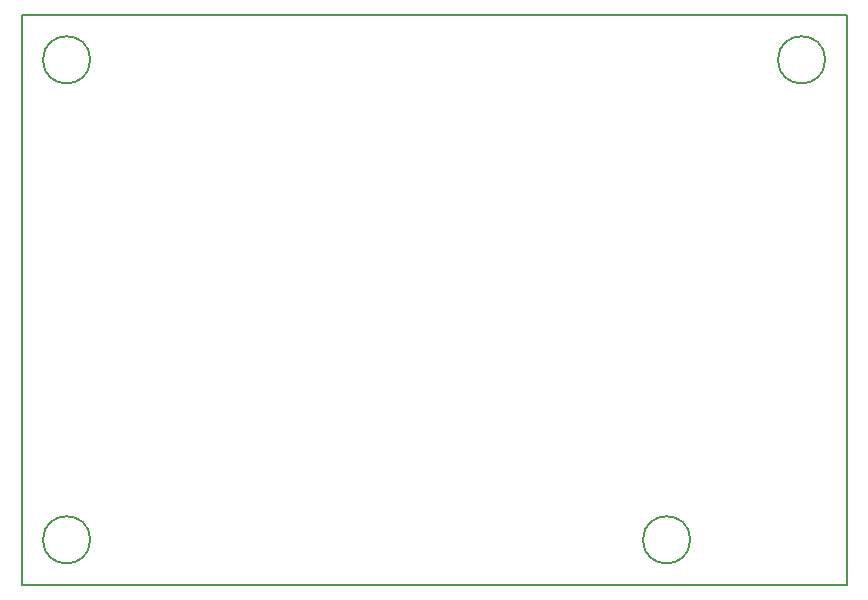
<source format=gbr>
G04 #@! TF.GenerationSoftware,KiCad,Pcbnew,(5.0.2)-1*
G04 #@! TF.CreationDate,2019-02-06T21:08:15+01:00*
G04 #@! TF.ProjectId,parkranger,7061726b-7261-46e6-9765-722e6b696361,rev?*
G04 #@! TF.SameCoordinates,Original*
G04 #@! TF.FileFunction,Profile,NP*
%FSLAX46Y46*%
G04 Gerber Fmt 4.6, Leading zero omitted, Abs format (unit mm)*
G04 Created by KiCad (PCBNEW (5.0.2)-1) date 06.02.2019 21:08:15*
%MOMM*%
%LPD*%
G01*
G04 APERTURE LIST*
%ADD10C,0.150000*%
G04 APERTURE END LIST*
D10*
X206470000Y-125730000D02*
G75*
G03X206470000Y-125730000I-2000000J0D01*
G01*
X155670000Y-125730000D02*
G75*
G03X155670000Y-125730000I-2000000J0D01*
G01*
X155670000Y-85090000D02*
G75*
G03X155670000Y-85090000I-2000000J0D01*
G01*
X217900000Y-85090000D02*
G75*
G03X217900000Y-85090000I-2000000J0D01*
G01*
X149860000Y-81280000D02*
X219710000Y-81280000D01*
X149860000Y-129540000D02*
X149860000Y-81280000D01*
X219710000Y-129540000D02*
X149860000Y-129540000D01*
X219710000Y-81280000D02*
X219710000Y-129540000D01*
M02*

</source>
